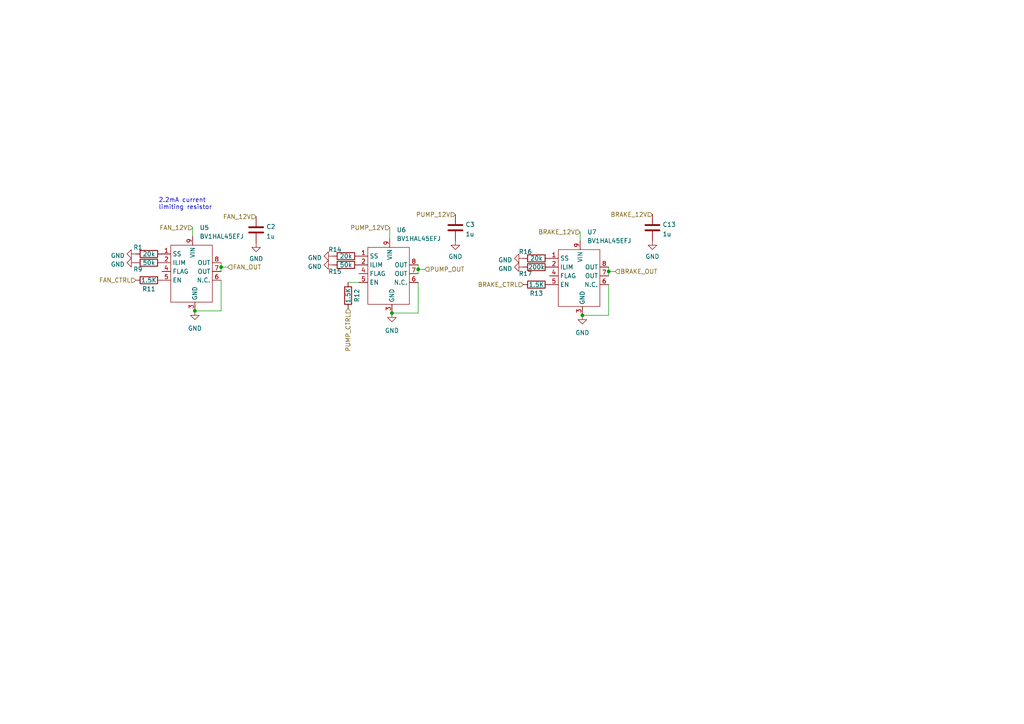
<source format=kicad_sch>
(kicad_sch (version 20211123) (generator eeschema)
  (paper "A4")
  (lib_symbols
    (symbol "AERO_Symbols:BV1HAL45EFJ"
      (property "Reference" "U" (at 7.62 2.54 0))
      (property "Value" "BV1HAL45EFJ" (at 7.62 0.635 0))
      (symbol "BV1HAL45EFJ_0_1"
        (rectangle (start -8.89 -1.27) (end 3.175 -17.78))
      )
      (symbol "BV1HAL45EFJ_1_1"
        (pin input line (at -11.43 -3.81 0) (length 2.54) (name "SS") (number "1"))
        (pin input line (at -11.43 -6.35 0) (length 2.54) (name "ILIM") (number "2"))
        (pin output line (at -1.905 -20.32 90) (length 2.54) (name "GND") (number "3"))
        (pin output line (at -11.43 -8.89 0) (length 2.54) (name "FLAG") (number "4"))
        (pin input line (at -11.43 -11.43 0) (length 2.54) (name "EN") (number "5"))
        (pin input line (at 5.715 -11.43 180) (length 2.54) (name "N.C.") (number "6"))
        (pin output line (at 5.715 -8.89 180) (length 2.54) (name "OUT") (number "7"))
        (pin output line (at 5.715 -6.35 180) (length 2.54) (name "OUT") (number "8"))
        (pin input line (at -2.54 1.27 270) (length 2.54) (name "VIN") (number "9"))
      )
    )
    (symbol "BV1HAL45EFJ_1"
      (property "Reference" "U" (at 7.62 2.54 0))
      (property "Value" "BV1HAL45EFJ_1" (at 7.62 0.635 0))
      (symbol "BV1HAL45EFJ_1_0_1"
        (rectangle (start -8.89 -1.27) (end 3.175 -17.78))
      )
      (symbol "BV1HAL45EFJ_1_1_1"
        (pin input line (at -11.43 -3.81 0) (length 2.54) (name "SS") (number "1"))
        (pin input line (at -11.43 -6.35 0) (length 2.54) (name "ILIM") (number "2"))
        (pin output line (at -1.905 -20.32 90) (length 2.54) (name "GND") (number "3"))
        (pin output line (at -11.43 -8.89 0) (length 2.54) (name "FLAG") (number "4"))
        (pin input line (at -11.43 -11.43 0) (length 2.54) (name "EN") (number "5"))
        (pin input line (at 5.715 -11.43 180) (length 2.54) (name "N.C.") (number "6"))
        (pin output line (at 5.715 -8.89 180) (length 2.54) (name "OUT") (number "7"))
        (pin output line (at 5.715 -6.35 180) (length 2.54) (name "OUT") (number "8"))
        (pin input line (at -2.54 1.27 270) (length 2.54) (name "VIN") (number "9"))
      )
    )
    (symbol "BV1HAL45EFJ_2"
      (property "Reference" "U" (at 7.62 2.54 0))
      (property "Value" "BV1HAL45EFJ_2" (at 7.62 0.635 0))
      (symbol "BV1HAL45EFJ_2_0_1"
        (rectangle (start -8.89 -1.27) (end 3.175 -17.78))
      )
      (symbol "BV1HAL45EFJ_2_1_1"
        (pin input line (at -11.43 -3.81 0) (length 2.54) (name "SS") (number "1"))
        (pin input line (at -11.43 -6.35 0) (length 2.54) (name "ILIM") (number "2"))
        (pin output line (at -1.905 -20.32 90) (length 2.54) (name "GND") (number "3"))
        (pin output line (at -11.43 -8.89 0) (length 2.54) (name "FLAG") (number "4"))
        (pin input line (at -11.43 -11.43 0) (length 2.54) (name "EN") (number "5"))
        (pin input line (at 5.715 -11.43 180) (length 2.54) (name "N.C.") (number "6"))
        (pin output line (at 5.715 -8.89 180) (length 2.54) (name "OUT") (number "7"))
        (pin output line (at 5.715 -6.35 180) (length 2.54) (name "OUT") (number "8"))
        (pin input line (at -2.54 1.27 270) (length 2.54) (name "VIN") (number "9"))
      )
    )
    (symbol "Device:C" (pin_numbers hide) (pin_names (offset 0.254))
      (property "Reference" "C" (at 0.635 2.54 0))
      (property "Value" "C" (at 0.635 -2.54 0))
      (symbol "C_0_1"
        (polyline (pts (xy -2.032 -0.762) (xy 2.032 -0.762)) (stroke (width 0.508)))
        (polyline (pts (xy -2.032 0.762) (xy 2.032 0.762)) (stroke (width 0.508)))
      )
      (symbol "C_1_1"
        (pin passive line (at 0 3.81 270) (length 2.794) (name "~") (number "1"))
        (pin passive line (at 0 -3.81 90) (length 2.794) (name "~") (number "2"))
      )
    )
    (symbol "Device:R" (pin_numbers hide) (pin_names (offset 0))
      (property "Reference" "R" (at 2.032 0 90))
      (property "Value" "R" (at 0 0 90))
      (symbol "R_0_1"
        (rectangle (start -1.016 -2.54) (end 1.016 2.54) (stroke (width 0.254)))
      )
      (symbol "R_1_1"
        (pin passive line (at 0 3.81 270) (length 1.27) (name "~") (number "1"))
        (pin passive line (at 0 -3.81 90) (length 1.27) (name "~") (number "2"))
      )
    )
    (symbol "power:GND" (power) (pin_names (offset 0))
      (property "Value" "GND" (at 0 -3.81 0))
      (symbol "GND_0_1"
        (polyline (pts (xy 0 0) (xy 0 -1.27) (xy 1.27 -1.27) (xy 0 -2.54) (xy -1.27 -1.27) (xy 0 -1.27)))
      )
      (symbol "GND_1_1"
        (pin power_in line (at 0 0 270) (length 0) hide (name "GND") (number "1"))
      )
    )
  )
  (junction (at 176.53 78.74))
  (junction (at 56.515 90.17))
  (junction (at 113.665 90.805))
  (junction (at 168.91 91.44))
  (junction (at 121.285 78.105))
  (junction (at 64.135 77.47))
  (wire (pts (xy 176.53 82.55) (xy 176.53 91.44)))
  (wire (pts (xy 121.285 81.915) (xy 121.285 90.805)))
  (wire (pts (xy 121.285 90.805) (xy 113.665 90.805)))
  (wire (pts (xy 176.53 77.47) (xy 176.53 78.74)))
  (wire (pts (xy 64.135 76.2) (xy 64.135 77.47)))
  (wire (pts (xy 100.965 81.915) (xy 104.14 81.915)))
  (wire (pts (xy 176.53 78.74) (xy 176.53 80.01)))
  (wire (pts (xy 121.285 76.835) (xy 121.285 78.105)))
  (wire (pts (xy 64.135 77.47) (xy 64.135 78.74)))
  (wire (pts (xy 168.275 67.31) (xy 168.275 69.85)))
  (wire (pts (xy 176.53 78.74) (xy 178.435 78.74)))
  (wire (pts (xy 64.135 81.28) (xy 64.135 90.17)))
  (wire (pts (xy 176.53 91.44) (xy 168.91 91.44)))
  (wire (pts (xy 121.285 78.105) (xy 123.19 78.105)))
  (wire (pts (xy 66.04 77.47) (xy 64.135 77.47)))
  (wire (pts (xy 55.88 66.04) (xy 55.88 68.58)))
  (wire (pts (xy 64.135 90.17) (xy 56.515 90.17)))
  (wire (pts (xy 121.285 78.105) (xy 121.285 79.375)))
  (wire (pts (xy 113.03 66.04) (xy 113.03 69.215)))
  (text "2.2mA current \nlimiting resistor " (at 45.974 60.96 0) (effects (font (size 1.27 1.27)) (justify left bottom)))
  (hierarchical_label "PUMP_12V" (shape input) (at 132.08 62.23 180))
  (hierarchical_label "FAN_12V" (shape input) (at 55.88 66.04 180))
  (hierarchical_label "PUMP_12V" (shape input) (at 113.03 66.04 180))
  (hierarchical_label "PUMP_CTRL" (shape input) (at 100.965 89.535 270))
  (hierarchical_label "PUMP_OUT" (shape input) (at 123.19 78.105 0))
  (hierarchical_label "FAN_CTRL" (shape input) (at 39.37 81.28 180))
  (hierarchical_label "BRAKE_12V" (shape input) (at 168.275 67.31 180))
  (hierarchical_label "BRAKE_OUT" (shape input) (at 178.435 78.74 0))
  (hierarchical_label "FAN_OUT" (shape input) (at 66.04 77.47 0))
  (hierarchical_label "FAN_12V" (shape input) (at 74.295 62.865 180))
  (hierarchical_label "BRAKE_CTRL" (shape input) (at 151.765 82.55 180))
  (hierarchical_label "BRAKE_12V" (shape input) (at 189.23 62.23 180))
  (symbol (lib_id "Device:R") (at 43.18 73.66 90) (unit 1)
    (property "Reference" "R1" (at 40.005 71.755 90))
    (property "Value" "20k" (at 43.18 73.66 90))
    (property "Footprint" "Resistor_SMD:R_0603_1608Metric_Pad0.98x0.95mm_HandSolder" (effects hide))
  )
  (symbol (lib_id "power:GND") (at 168.91 91.44 0) (unit 1)
    (property "Reference" "#PWR0138" (effects hide))
    (property "Value" "GND" (at 168.91 96.52 0))
  )
  (symbol (lib_id "power:GND") (at 96.52 74.295 270) (unit 1)
    (property "Reference" "#PWR0149" (effects hide))
    (property "Value" "GND" (at 93.3451 74.774 90) (effects (justify right)))
  )
  (symbol (lib_id "Device:C") (at 132.08 66.04 0) (unit 1)
    (property "Reference" "C3" (at 135.001 65.1315 0) (effects (justify left)))
    (property "Value" "1u" (at 135.001 67.9066 0) (effects (justify left)))
    (property "Footprint" "Capacitor_SMD:C_0603_1608Metric_Pad1.08x0.95mm_HandSolder" (effects hide))
  )
  (symbol (lib_id "Device:R") (at 100.33 74.295 90) (unit 1)
    (property "Reference" "R14" (at 97.155 72.39 90))
    (property "Value" "20k" (at 100.33 74.295 90))
    (property "Footprint" "Resistor_SMD:R_0603_1608Metric_Pad0.98x0.95mm_HandSolder" (effects hide))
  )
  (symbol (lib_id "Device:R") (at 155.575 74.93 90) (unit 1)
    (property "Reference" "R16" (at 152.4 73.025 90))
    (property "Value" "20k" (at 155.575 74.93 90))
    (property "Footprint" "Resistor_SMD:R_0603_1608Metric_Pad0.98x0.95mm_HandSolder" (effects hide))
  )
  (symbol (lib_id "power:GND") (at 39.37 73.66 270) (unit 1)
    (property "Reference" "#PWR0146" (effects hide))
    (property "Value" "GND" (at 36.1951 74.139 90) (effects (justify right)))
  )
  (symbol (lib_id "Device:R") (at 155.575 82.55 90) (unit 1)
    (property "Reference" "R13" (at 155.575 85.09 90))
    (property "Value" "1.5K" (at 155.575 82.55 90))
    (property "Footprint" "Resistor_SMD:R_0603_1608Metric_Pad0.98x0.95mm_HandSolder" (effects hide))
  )
  (symbol (lib_id "power:GND") (at 56.515 90.17 0) (unit 1)
    (property "Reference" "#PWR0140" (effects hide))
    (property "Value" "GND" (at 56.515 95.25 0))
  )
  (symbol (lib_id "Device:R") (at 100.965 85.725 180) (unit 1)
    (property "Reference" "R12" (at 103.505 85.725 90))
    (property "Value" "1.5K" (at 100.965 85.725 90))
    (property "Footprint" "Resistor_SMD:R_0603_1608Metric_Pad0.98x0.95mm_HandSolder" (effects hide))
  )
  (symbol (lib_name "BV1HAL45EFJ_2") (lib_id "AERO_Symbols:BV1HAL45EFJ") (at 170.815 71.12 0) (unit 1)
    (property "Reference" "U7" (at 170.2944 67.31 0) (effects (justify left)))
    (property "Value" "BV1HAL45EFJ" (at 170.2944 69.85 0) (effects (justify left)))
    (property "Footprint" "Package_SO:HTSOP-8-1EP_3.9x4.9mm_P1.27mm_EP2.4x3.2mm_ThermalVias" (effects hide))
    (property "Datasheet" "https://fscdn.rohm.com/en/products/databook/datasheet/ic/power/power_switch/bv1hal45efj-e.pdf" (effects hide))
  )
  (symbol (lib_id "Device:R") (at 43.18 81.28 90) (unit 1)
    (property "Reference" "R11" (at 43.18 83.82 90))
    (property "Value" "1.5K" (at 43.18 81.28 90))
    (property "Footprint" "Resistor_SMD:R_0603_1608Metric_Pad0.98x0.95mm_HandSolder" (effects hide))
  )
  (symbol (lib_id "Device:C") (at 189.23 66.04 0) (unit 1)
    (property "Reference" "C13" (at 192.151 65.1315 0) (effects (justify left)))
    (property "Value" "1u" (at 192.151 67.9066 0) (effects (justify left)))
    (property "Footprint" "Capacitor_SMD:C_0603_1608Metric_Pad1.08x0.95mm_HandSolder" (effects hide))
  )
  (symbol (lib_id "Device:R") (at 155.575 77.47 90) (unit 1)
    (property "Reference" "R17" (at 152.4 79.375 90))
    (property "Value" "200k" (at 155.575 77.47 90))
    (property "Footprint" "Resistor_SMD:R_0603_1608Metric_Pad0.98x0.95mm_HandSolder" (effects hide))
  )
  (symbol (lib_id "power:GND") (at 39.37 76.2 270) (unit 1)
    (property "Reference" "#PWR0147" (effects hide))
    (property "Value" "GND" (at 36.1951 76.679 90) (effects (justify right)))
  )
  (symbol (lib_id "Device:R") (at 100.33 76.835 90) (unit 1)
    (property "Reference" "R15" (at 97.155 78.74 90))
    (property "Value" "50k" (at 100.33 76.835 90))
    (property "Footprint" "Resistor_SMD:R_0603_1608Metric_Pad0.98x0.95mm_HandSolder" (effects hide))
  )
  (symbol (lib_id "power:GND") (at 74.295 70.485 0) (unit 1)
    (property "Reference" "#PWR0145" (effects hide))
    (property "Value" "GND" (at 74.295 75.0475 0))
  )
  (symbol (lib_name "BV1HAL45EFJ_1") (lib_id "AERO_Symbols:BV1HAL45EFJ") (at 115.57 70.485 0) (unit 1)
    (property "Reference" "U6" (at 115.0494 66.675 0) (effects (justify left)))
    (property "Value" "BV1HAL45EFJ" (at 115.0494 69.215 0) (effects (justify left)))
    (property "Footprint" "Package_SO:HTSOP-8-1EP_3.9x4.9mm_P1.27mm_EP2.4x3.2mm_ThermalVias" (effects hide))
    (property "Datasheet" "https://fscdn.rohm.com/en/products/databook/datasheet/ic/power/power_switch/bv1hal45efj-e.pdf" (effects hide))
  )
  (symbol (lib_id "power:GND") (at 189.23 69.85 0) (unit 1)
    (property "Reference" "#PWR0150" (effects hide))
    (property "Value" "GND" (at 189.23 74.4125 0))
  )
  (symbol (lib_id "power:GND") (at 151.765 74.93 270) (unit 1)
    (property "Reference" "#PWR0153" (effects hide))
    (property "Value" "GND" (at 148.5901 75.409 90) (effects (justify right)))
  )
  (symbol (lib_id "power:GND") (at 113.665 90.805 0) (unit 1)
    (property "Reference" "#PWR0141" (effects hide))
    (property "Value" "GND" (at 113.665 95.885 0))
  )
  (symbol (lib_id "AERO_Symbols:BV1HAL45EFJ") (at 58.42 69.85 0) (unit 1)
    (property "Reference" "U5" (at 57.8994 66.04 0) (effects (justify left)))
    (property "Value" "BV1HAL45EFJ" (at 57.8994 68.58 0) (effects (justify left)))
    (property "Footprint" "Package_SO:HTSOP-8-1EP_3.9x4.9mm_P1.27mm_EP2.4x3.2mm_ThermalVias" (effects hide))
    (property "Datasheet" "https://fscdn.rohm.com/en/products/databook/datasheet/ic/power/power_switch/bv1hal45efj-e.pdf" (effects hide))
  )
  (symbol (lib_id "Device:C") (at 74.295 66.675 0) (unit 1)
    (property "Reference" "C2" (at 77.216 65.7665 0) (effects (justify left)))
    (property "Value" "1u" (at 77.216 68.5416 0) (effects (justify left)))
    (property "Footprint" "Capacitor_SMD:C_0603_1608Metric_Pad1.08x0.95mm_HandSolder" (effects hide))
  )
  (symbol (lib_id "power:GND") (at 96.52 76.835 270) (unit 1)
    (property "Reference" "#PWR0148" (effects hide))
    (property "Value" "GND" (at 93.3451 77.314 90) (effects (justify right)))
  )
  (symbol (lib_id "Device:R") (at 43.18 76.2 90) (unit 1)
    (property "Reference" "R9" (at 40.005 78.105 90))
    (property "Value" "50k" (at 43.18 76.2 90))
    (property "Footprint" "Resistor_SMD:R_0603_1608Metric_Pad0.98x0.95mm_HandSolder" (effects hide))
  )
  (symbol (lib_id "power:GND") (at 151.765 77.47 270) (unit 1)
    (property "Reference" "#PWR0152" (effects hide))
    (property "Value" "GND" (at 148.5901 77.949 90) (effects (justify right)))
  )
  (symbol (lib_id "power:GND") (at 132.08 69.85 0) (unit 1)
    (property "Reference" "#PWR0151" (effects hide))
    (property "Value" "GND" (at 132.08 74.4125 0))
  )
)
</source>
